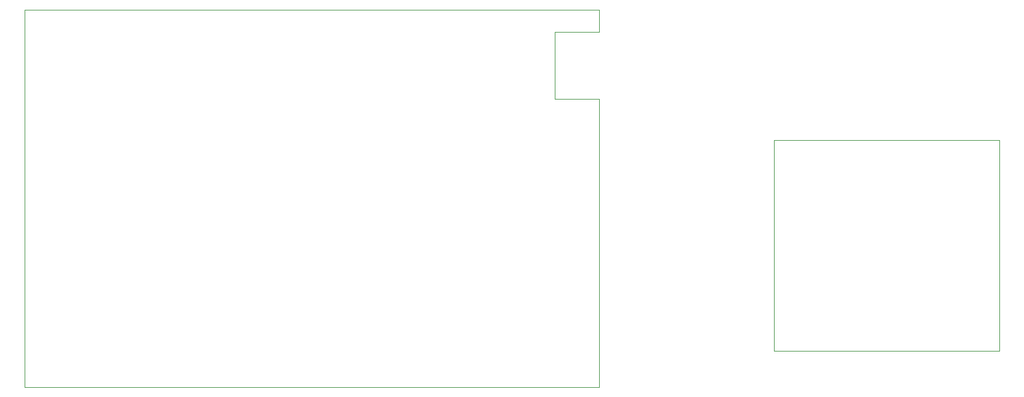
<source format=gbr>
%TF.GenerationSoftware,KiCad,Pcbnew,7.0.8-7.0.8~ubuntu22.04.1*%
%TF.CreationDate,2023-10-31T14:14:17+03:00*%
%TF.ProjectId,main-module,6d61696e-2d6d-46f6-9475-6c652e6b6963,rev?*%
%TF.SameCoordinates,Original*%
%TF.FileFunction,Profile,NP*%
%FSLAX46Y46*%
G04 Gerber Fmt 4.6, Leading zero omitted, Abs format (unit mm)*
G04 Created by KiCad (PCBNEW 7.0.8-7.0.8~ubuntu22.04.1) date 2023-10-31 14:14:17*
%MOMM*%
%LPD*%
G01*
G04 APERTURE LIST*
%TA.AperFunction,Profile*%
%ADD10C,0.100000*%
%TD*%
%TA.AperFunction,Profile*%
%ADD11C,0.120000*%
%TD*%
G04 APERTURE END LIST*
D10*
X42000000Y-94000000D02*
X121000000Y-94000000D01*
X42000000Y-42000000D02*
X42000000Y-94000000D01*
X121000000Y-42000000D02*
X42000000Y-42000000D01*
X121000000Y-55850000D02*
X121000000Y-94000000D01*
X145000000Y-60000000D02*
X176000000Y-60000000D01*
X176000000Y-89000000D01*
X145000000Y-89000000D01*
X145000000Y-60000000D01*
X121000000Y-42000000D02*
X121000000Y-43250000D01*
D11*
%TO.C,J2*%
X114900000Y-54250000D02*
X121000000Y-54250000D01*
X121000000Y-54250000D02*
X121000000Y-55850000D01*
X114900000Y-45050000D02*
X114900000Y-54250000D01*
X121000000Y-45050000D02*
X114900000Y-45050000D01*
X121000000Y-43250000D02*
X121000000Y-45050000D01*
%TD*%
M02*

</source>
